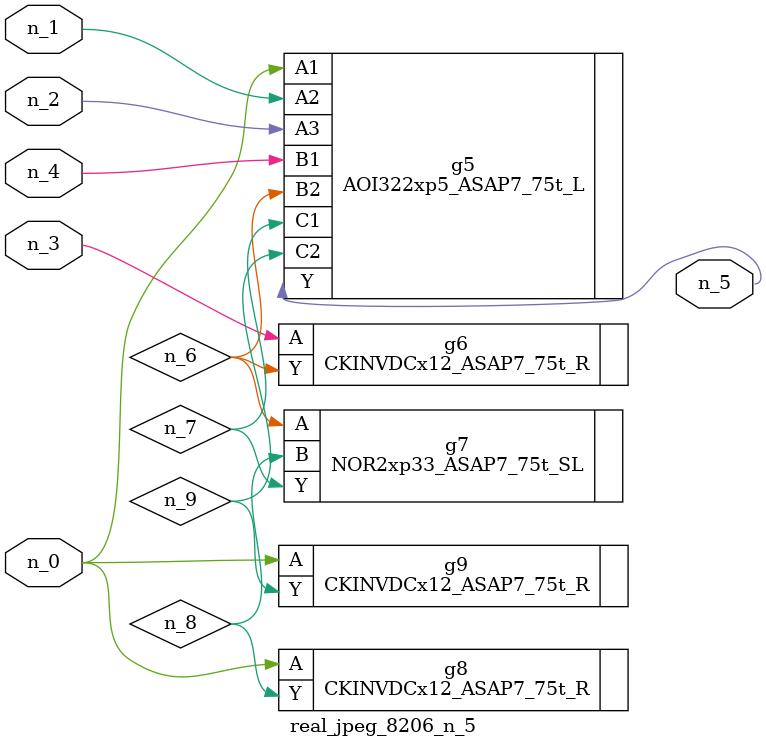
<source format=v>
module real_jpeg_8206_n_5 (n_4, n_0, n_1, n_2, n_3, n_5);

input n_4;
input n_0;
input n_1;
input n_2;
input n_3;

output n_5;

wire n_8;
wire n_6;
wire n_7;
wire n_9;

AOI322xp5_ASAP7_75t_L g5 ( 
.A1(n_0),
.A2(n_1),
.A3(n_2),
.B1(n_4),
.B2(n_6),
.C1(n_7),
.C2(n_9),
.Y(n_5)
);

CKINVDCx12_ASAP7_75t_R g8 ( 
.A(n_0),
.Y(n_8)
);

CKINVDCx12_ASAP7_75t_R g9 ( 
.A(n_0),
.Y(n_9)
);

CKINVDCx12_ASAP7_75t_R g6 ( 
.A(n_3),
.Y(n_6)
);

NOR2xp33_ASAP7_75t_SL g7 ( 
.A(n_6),
.B(n_8),
.Y(n_7)
);


endmodule
</source>
